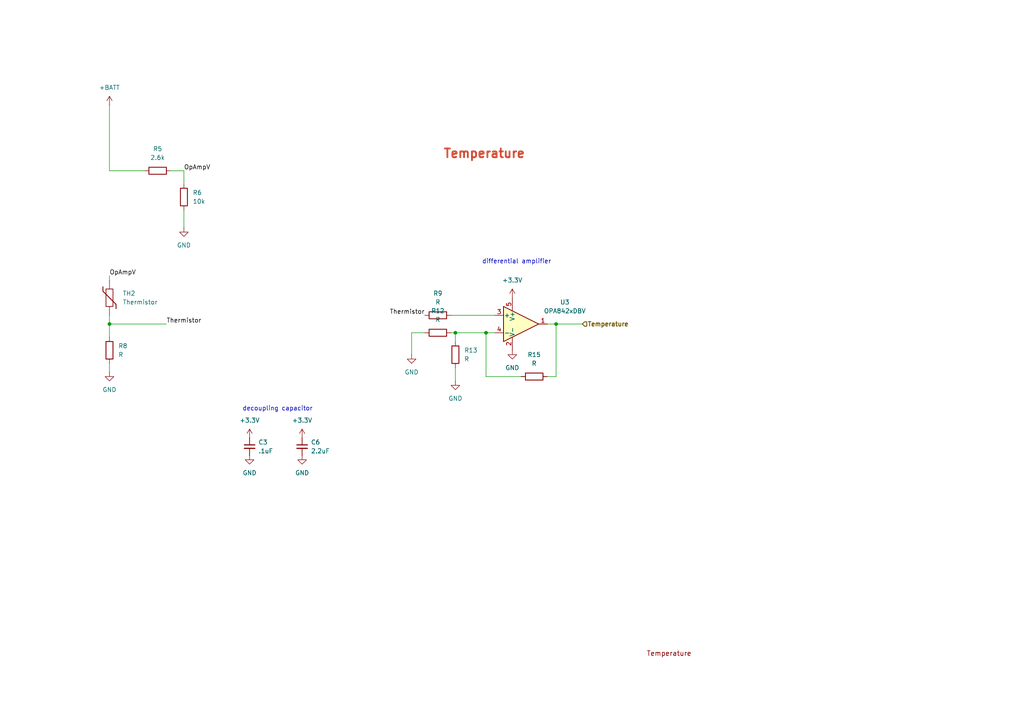
<source format=kicad_sch>
(kicad_sch (version 20231120) (generator "eeschema") (generator_version "8.0")
  (paper "A4")
  (lib_symbols
    (symbol "Amplifier_Operational:OPA842xDBV" (pin_names (offset 0.127))
      (property "Reference" "U" (at -1.27 6.35 0))
      (property "Value" "OPA842xDBV" (at -1.27 3.81 0))
      (symbol "OPA842xDBV_0_1"
        (polyline (pts (xy -5.08 5.08) (xy 5.08 0) (xy -5.08 -5.08) (xy -5.08 5.08)) (stroke (width 0.254)) (fill (type background)))
        (pin power_in line (at -2.54 -7.62 90) (length 3.81) (name "V-") (number "2"))
        (pin power_in line (at -2.54 7.62 270) (length 3.81) (name "V+") (number "5"))
      )
      (symbol "OPA842xDBV_1_1"
        (pin output line (at 7.62 0 180) (length 2.54) (name "~") (number "1"))
        (pin input line (at -7.62 2.54 0) (length 2.54) (name "+") (number "3"))
        (pin input line (at -7.62 -2.54 0) (length 2.54) (name "-") (number "4"))
      )
    )
    (symbol "Device:C_Small" (pin_numbers hide) (pin_names (offset 0.254) hide)
      (property "Reference" "C" (at 0.254 1.778 0))
      (property "Value" "C_Small" (at 0.254 -2.032 0))
      (symbol "C_Small_0_1"
        (polyline (pts (xy -1.524 -0.508) (xy 1.524 -0.508)) (stroke (width 0.3302)))
        (polyline (pts (xy -1.524 0.508) (xy 1.524 0.508)) (stroke (width 0.3048)))
      )
      (symbol "C_Small_1_1"
        (pin passive line (at 0 2.54 270) (length 2.032) (name "~") (number "1"))
        (pin passive line (at 0 -2.54 90) (length 2.032) (name "~") (number "2"))
      )
    )
    (symbol "Device:R" (pin_numbers hide) (pin_names (offset 0))
      (property "Reference" "R" (at 2.032 0 90))
      (property "Value" "R" (at 0 0 90))
      (symbol "R_0_1"
        (rectangle (start -1.016 -2.54) (end 1.016 2.54) (stroke (width 0.254)))
      )
      (symbol "R_1_1"
        (pin passive line (at 0 3.81 270) (length 1.27) (name "~") (number "1"))
        (pin passive line (at 0 -3.81 90) (length 1.27) (name "~") (number "2"))
      )
    )
    (symbol "Device:Thermistor" (pin_numbers hide) (pin_names (offset 0))
      (property "Reference" "TH" (at 2.54 1.27 90))
      (property "Value" "Thermistor" (at -2.54 0 90))
      (symbol "Thermistor_0_1"
        (rectangle (start -1.016 2.54) (end 1.016 -2.54) (stroke (width 0.2032)))
        (polyline (pts (xy -1.905 3.175) (xy -1.905 1.905) (xy 1.905 -1.905) (xy 1.905 -3.175) (xy 1.905 -3.175)) (stroke (width 0.254)))
      )
      (symbol "Thermistor_1_1"
        (pin passive line (at 0 5.08 270) (length 2.54) (name "~") (number "1"))
        (pin passive line (at 0 -5.08 90) (length 2.54) (name "~") (number "2"))
      )
    )
    (symbol "power:+3.3V" (power) (pin_numbers hide) (pin_names (offset 0) hide)
      (property "Value" "+3.3V" (at 0 3.556 0))
      (symbol "+3.3V_0_1"
        (polyline (pts (xy -0.762 1.27) (xy 0 2.54)))
        (polyline (pts (xy 0 0) (xy 0 2.54)))
        (polyline (pts (xy 0 2.54) (xy 0.762 1.27)))
      )
      (symbol "+3.3V_1_1"
        (pin power_in line (at 0 0 90) (length 0) (name "~") (number "1"))
      )
    )
    (symbol "power:+BATT" (power) (pin_numbers hide) (pin_names (offset 0) hide)
      (property "Value" "+BATT" (at 0 3.556 0))
      (symbol "+BATT_0_1"
        (polyline (pts (xy -0.762 1.27) (xy 0 2.54)))
        (polyline (pts (xy 0 0) (xy 0 2.54)))
        (polyline (pts (xy 0 2.54) (xy 0.762 1.27)))
      )
      (symbol "+BATT_1_1"
        (pin power_in line (at 0 0 90) (length 0) (name "~") (number "1"))
      )
    )
    (symbol "power:GND" (power) (pin_numbers hide) (pin_names (offset 0) hide)
      (property "Value" "GND" (at 0 -3.81 0))
      (symbol "GND_0_1"
        (polyline (pts (xy 0 0) (xy 0 -1.27) (xy 1.27 -1.27) (xy 0 -2.54) (xy -1.27 -1.27) (xy 0 -1.27)))
      )
      (symbol "GND_1_1"
        (pin power_in line (at 0 0 270) (length 0) (name "~") (number "1"))
      )
    )
  )
  (junction (at 132.08 96.52))
  (junction (at 31.75 93.98))
  (junction (at 140.97 96.52))
  (junction (at 161.29 93.98))
  (wire (pts (xy 161.29 93.98) (xy 168.91 93.98)))
  (wire (pts (xy 31.75 93.98) (xy 31.75 97.79)))
  (wire (pts (xy 140.97 96.52) (xy 140.97 109.22)))
  (wire (pts (xy 130.81 91.44) (xy 143.51 91.44)))
  (wire (pts (xy 31.75 80.01) (xy 31.75 81.28)))
  (wire (pts (xy 31.75 91.44) (xy 31.75 93.98)))
  (wire (pts (xy 132.08 96.52) (xy 132.08 99.06)))
  (wire (pts (xy 161.29 93.98) (xy 161.29 109.22)))
  (wire (pts (xy 130.81 96.52) (xy 132.08 96.52)))
  (wire (pts (xy 53.34 49.53) (xy 53.34 53.34)))
  (wire (pts (xy 53.34 60.96) (xy 53.34 66.04)))
  (wire (pts (xy 132.08 96.52) (xy 140.97 96.52)))
  (wire (pts (xy 31.75 49.53) (xy 41.91 49.53)))
  (wire (pts (xy 31.75 105.41) (xy 31.75 107.95)))
  (wire (pts (xy 31.75 30.48) (xy 31.75 49.53)))
  (wire (pts (xy 31.75 93.98) (xy 48.26 93.98)))
  (wire (pts (xy 123.19 96.52) (xy 119.38 96.52)))
  (wire (pts (xy 140.97 96.52) (xy 143.51 96.52)))
  (wire (pts (xy 140.97 109.22) (xy 151.13 109.22)))
  (wire (pts (xy 161.29 109.22) (xy 158.75 109.22)))
  (wire (pts (xy 49.53 49.53) (xy 53.34 49.53)))
  (wire (pts (xy 132.08 106.68) (xy 132.08 110.49)))
  (wire (pts (xy 158.75 93.98) (xy 161.29 93.98)))
  (wire (pts (xy 119.38 96.52) (xy 119.38 102.87)))
  (text "differential amplifier" (at 149.86 75.946 0) (effects (font (size 1.27 1.27) (thickness 0.1588))))
  (text "decoupling capacitor" (at 80.518 118.618 0) (effects (font (size 1.27 1.27) (thickness 0.1588))))
  (text "Temperature" (at 194.056 189.738 0) (effects (font (size 1.397 1.397) (thickness 0.1746))))
  (text "Temperature" (at 140.462 44.704 0) (effects (font (size 2.54 2.54) (thickness 0.508) (bold yes))))
  (label "Thermistor" (at 123.19 91.44 180) (effects (font (thickness 0.1588))))
  (label "Thermistor" (at 48.26 93.98 0) (effects (font (thickness 0.1588))))
  (label "OpAmpV" (at 31.75 80.01 0) (effects (font (thickness 0.1588))))
  (label "OpAmpV" (at 53.34 49.53 0) (effects (font (thickness 0.1588))))
  (hierarchical_label "Temperature" (shape input) (at 168.91 93.98 0) (effects (font (thickness 0.254) (bold yes))))
  (symbol (lib_id "power:+3.3V") (at 87.63 127 0) (unit 1)
    (property "Reference" "#PWR023" (effects (hide yes)))
    (property "Value" "+3.3V" (at 87.63 121.92 0))
    (property "Description" "Power symbol creates a global label with name \"+3.3V\"" (effects (hide yes)))
  )
  (symbol (lib_id "power:GND") (at 148.59 101.6 0) (unit 1)
    (property "Reference" "#PWR020" (effects (hide yes)))
    (property "Value" "GND" (at 148.59 106.68 0))
    (property "Description" "Power symbol creates a global label with name \"GND\" , ground" (effects (hide yes)))
  )
  (symbol (lib_id "Device:C_Small") (at 87.63 129.54 0) (unit 1)
    (property "Reference" "C6" (at 90.17 128.2762 0) (effects (justify left)))
    (property "Value" "2.2uF" (at 90.17 130.8162 0) (effects (justify left)))
    (property "Description" "Unpolarized capacitor, small symbol" (effects (hide yes)))
  )
  (symbol (lib_id "Device:R") (at 127 91.44 90) (unit 1)
    (property "Reference" "R9" (at 127 85.09 90))
    (property "Value" "R" (at 127 87.63 90))
    (property "Description" "Resistor" (effects (hide yes)))
  )
  (symbol (lib_id "Device:R") (at 53.34 57.15 0) (unit 1)
    (property "Reference" "R6" (at 55.88 55.8799 0) (effects (justify left)))
    (property "Value" "10k" (at 55.88 58.4199 0) (effects (justify left)))
    (property "Description" "Resistor" (effects (hide yes)))
  )
  (symbol (lib_id "Device:Thermistor") (at 31.75 86.36 0) (unit 1)
    (property "Reference" "TH2" (at 35.56 85.0899 0) (effects (justify left)))
    (property "Value" "Thermistor" (at 35.56 87.6299 0) (effects (justify left)))
    (property "Description" "Temperature dependent resistor" (effects (hide yes)))
  )
  (symbol (lib_id "power:GND") (at 31.75 107.95 0) (unit 1)
    (property "Reference" "#PWR027" (effects (hide yes)))
    (property "Value" "GND" (at 31.75 113.03 0))
    (property "Description" "Power symbol creates a global label with name \"GND\" , ground" (effects (hide yes)))
  )
  (symbol (lib_id "Device:R") (at 31.75 101.6 0) (unit 1)
    (property "Reference" "R8" (at 34.29 100.3299 0) (effects (justify left)))
    (property "Value" "R" (at 34.29 102.8699 0) (effects (justify left)))
    (property "Description" "Resistor" (effects (hide yes)))
  )
  (symbol (lib_id "Device:C_Small") (at 72.39 129.54 0) (unit 1)
    (property "Reference" "C3" (at 74.93 128.2762 0) (effects (justify left)))
    (property "Value" ".1uF" (at 74.93 130.8162 0) (effects (justify left)))
    (property "Description" "Unpolarized capacitor, small symbol" (effects (hide yes)))
  )
  (symbol (lib_id "Device:R") (at 132.08 102.87 0) (unit 1)
    (property "Reference" "R13" (at 134.62 101.5999 0) (effects (justify left)))
    (property "Value" "R" (at 134.62 104.1399 0) (effects (justify left)))
    (property "Description" "Resistor" (effects (hide yes)))
  )
  (symbol (lib_id "power:GND") (at 53.34 66.04 0) (unit 1)
    (property "Reference" "#PWR026" (effects (hide yes)))
    (property "Value" "GND" (at 53.34 71.12 0))
    (property "Description" "Power symbol creates a global label with name \"GND\" , ground" (effects (hide yes)))
  )
  (symbol (lib_id "power:GND") (at 72.39 132.08 0) (unit 1)
    (property "Reference" "#PWR022" (effects (hide yes)))
    (property "Value" "GND" (at 72.39 137.16 0))
    (property "Description" "Power symbol creates a global label with name \"GND\" , ground" (effects (hide yes)))
  )
  (symbol (lib_id "Device:R") (at 45.72 49.53 270) (unit 1)
    (property "Reference" "R5" (at 45.72 43.18 90))
    (property "Value" "2.6k" (at 45.72 45.72 90))
    (property "Description" "Resistor" (effects (hide yes)))
  )
  (symbol (lib_id "Device:R") (at 154.94 109.22 90) (unit 1)
    (property "Reference" "R15" (at 154.94 102.87 90))
    (property "Value" "R" (at 154.94 105.41 90))
    (property "Description" "Resistor" (effects (hide yes)))
  )
  (symbol (lib_id "power:+BATT") (at 31.75 30.48 0) (unit 1)
    (property "Reference" "#PWR025" (effects (hide yes)))
    (property "Value" "+BATT" (at 31.75 25.4 0))
    (property "Description" "Power symbol creates a global label with name \"+BATT\"" (effects (hide yes)))
  )
  (symbol (lib_id "power:+3.3V") (at 72.39 127 0) (unit 1)
    (property "Reference" "#PWR021" (effects (hide yes)))
    (property "Value" "+3.3V" (at 72.39 121.92 0))
    (property "Description" "Power symbol creates a global label with name \"+3.3V\"" (effects (hide yes)))
  )
  (symbol (lib_id "power:GND") (at 132.08 110.49 0) (unit 1)
    (property "Reference" "#PWR012" (effects (hide yes)))
    (property "Value" "GND" (at 132.08 115.57 0))
    (property "Description" "Power symbol creates a global label with name \"GND\" , ground" (effects (hide yes)))
  )
  (symbol (lib_id "power:GND") (at 119.38 102.87 0) (unit 1)
    (property "Reference" "#PWR028" (effects (hide yes)))
    (property "Value" "GND" (at 119.38 107.95 0))
    (property "Description" "Power symbol creates a global label with name \"GND\" , ground" (effects (hide yes)))
  )
  (symbol (lib_id "power:GND") (at 87.63 132.08 0) (unit 1)
    (property "Reference" "#PWR024" (effects (hide yes)))
    (property "Value" "GND" (at 87.63 137.16 0))
    (property "Description" "Power symbol creates a global label with name \"GND\" , ground" (effects (hide yes)))
  )
  (symbol (lib_id "Amplifier_Operational:OPA842xDBV") (at 151.13 93.98 0) (unit 1)
    (property "Reference" "U3" (at 163.83 87.6614 0))
    (property "Value" "OPA842xDBV" (at 163.83 90.2014 0))
    (property "Footprint" "Package_TO_SOT_SMD:SOT-23-5" (effects (hide yes)))
    (property "Datasheet" "http://www.ti.com/lit/ds/symlink/opa842.pdf" (effects (hide yes)))
    (property "Description" "200MHz, Low Distortion, Unity-Gain Stable, Voltage Feedback Operational Amplifier, SOT23-5" (effects (hide yes)))
  )
  (symbol (lib_id "Device:R") (at 127 96.52 90) (unit 1)
    (property "Reference" "R12" (at 127 90.17 90))
    (property "Value" "R" (at 127 92.71 90))
    (property "Description" "Resistor" (effects (hide yes)))
  )
  (symbol (lib_id "power:+3.3V") (at 148.59 86.36 0) (unit 1)
    (property "Reference" "#PWR019" (effects (hide yes)))
    (property "Value" "+3.3V" (at 148.59 81.28 0))
    (property "Description" "Power symbol creates a global label with name \"+3.3V\"" (effects (hide yes)))
  )
)
</source>
